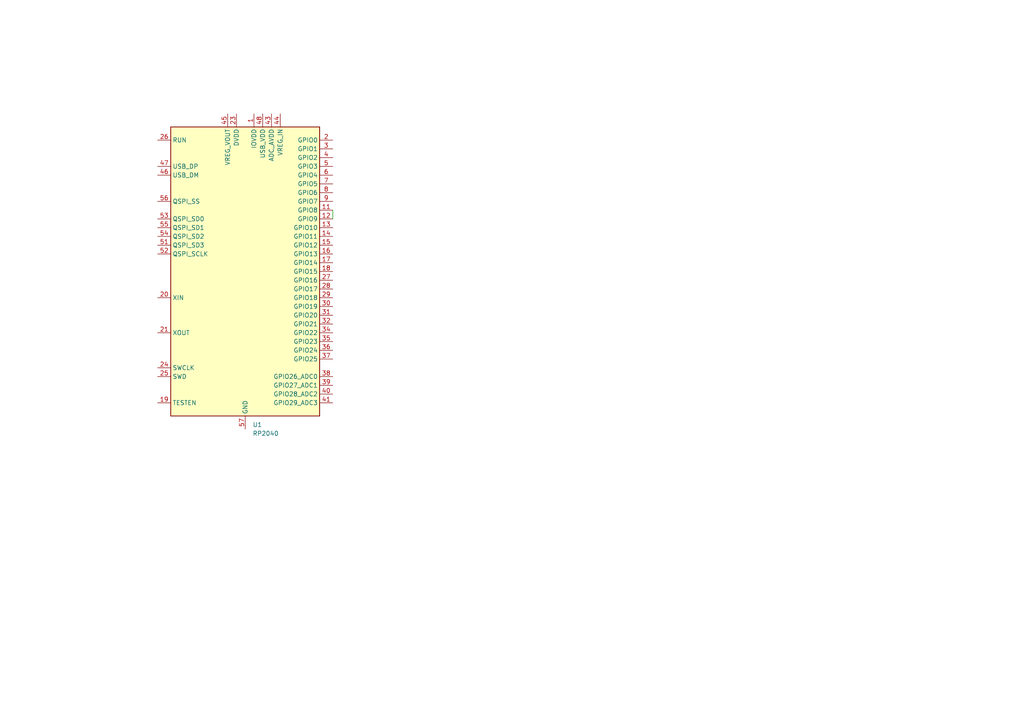
<source format=kicad_sch>
(kicad_sch (version 20250114) (generator "eeschema") (generator_version "9.0")
  (paper "A4")
  (title_block (title "SplitPeas") (date "2025-07-04") (rev "1"))
  (lib_symbols
    (symbol "MCU_RaspberryPi:RP2040"
      (property "Reference" "U" (at 17.78 45.72 0))
      (property "Value" "RP2040" (at 17.78 43.18 0))
      (symbol "RP2040_0_1"
        (rectangle (start -21.59 41.91) (end 21.59 -41.91) (stroke (width 0.254)) (fill (type background)))
      )
      (symbol "RP2040_1_1"
        (pin input line (at -25.4 38.1 0) (length 3.81) (name "RUN") (number "26"))
        (pin bidirectional line (at -25.4 30.48 0) (length 3.81) (name "USB_DP") (number "47"))
        (pin bidirectional line (at -25.4 27.94 0) (length 3.81) (name "USB_DM") (number "46"))
        (pin bidirectional line (at -25.4 20.32 0) (length 3.81) (name "QSPI_SS") (number "56"))
        (pin bidirectional line (at -25.4 15.24 0) (length 3.81) (name "QSPI_SD0") (number "53"))
        (pin bidirectional line (at -25.4 12.7 0) (length 3.81) (name "QSPI_SD1") (number "55"))
        (pin bidirectional line (at -25.4 10.16 0) (length 3.81) (name "QSPI_SD2") (number "54"))
        (pin bidirectional line (at -25.4 7.62 0) (length 3.81) (name "QSPI_SD3") (number "51"))
        (pin output line (at -25.4 5.08 0) (length 3.81) (name "QSPI_SCLK") (number "52"))
        (pin input line (at -25.4 -7.62 0) (length 3.81) (name "XIN") (number "20"))
        (pin passive line (at -25.4 -17.78 0) (length 3.81) (name "XOUT") (number "21"))
        (pin input line (at -25.4 -27.94 0) (length 3.81) (name "SWCLK") (number "24"))
        (pin bidirectional line (at -25.4 -30.48 0) (length 3.81) (name "SWD") (number "25"))
        (pin input line (at -25.4 -38.1 0) (length 3.81) (name "TESTEN") (number "19"))
        (pin power_out line (at -5.08 45.72 270) (length 3.81) (name "VREG_VOUT") (number "45"))
        (pin power_in line (at -2.54 45.72 270) (length 3.81) (name "DVDD") (number "23"))
        (pin passive line (at -2.54 45.72 270) (length 3.81) (hide yes) (name "DVDD") (number "50"))
        (pin power_in line (at 0 -45.72 90) (length 3.81) (name "GND") (number "57"))
        (pin power_in line (at 2.54 45.72 270) (length 3.81) (name "IOVDD") (number "1"))
        (pin passive line (at 2.54 45.72 270) (length 3.81) (hide yes) (name "IOVDD") (number "10"))
        (pin passive line (at 2.54 45.72 270) (length 3.81) (hide yes) (name "IOVDD") (number "22"))
        (pin passive line (at 2.54 45.72 270) (length 3.81) (hide yes) (name "IOVDD") (number "33"))
        (pin passive line (at 2.54 45.72 270) (length 3.81) (hide yes) (name "IOVDD") (number "42"))
        (pin passive line (at 2.54 45.72 270) (length 3.81) (hide yes) (name "IOVDD") (number "49"))
        (pin power_in line (at 5.08 45.72 270) (length 3.81) (name "USB_VDD") (number "48"))
        (pin power_in line (at 7.62 45.72 270) (length 3.81) (name "ADC_AVDD") (number "43"))
        (pin power_in line (at 10.16 45.72 270) (length 3.81) (name "VREG_IN") (number "44"))
        (pin bidirectional line (at 25.4 38.1 180) (length 3.81) (name "GPIO0") (number "2"))
        (pin bidirectional line (at 25.4 35.56 180) (length 3.81) (name "GPIO1") (number "3"))
        (pin bidirectional line (at 25.4 33.02 180) (length 3.81) (name "GPIO2") (number "4"))
        (pin bidirectional line (at 25.4 30.48 180) (length 3.81) (name "GPIO3") (number "5"))
        (pin bidirectional line (at 25.4 27.94 180) (length 3.81) (name "GPIO4") (number "6"))
        (pin bidirectional line (at 25.4 25.4 180) (length 3.81) (name "GPIO5") (number "7"))
        (pin bidirectional line (at 25.4 22.86 180) (length 3.81) (name "GPIO6") (number "8"))
        (pin bidirectional line (at 25.4 20.32 180) (length 3.81) (name "GPIO7") (number "9"))
        (pin bidirectional line (at 25.4 17.78 180) (length 3.81) (name "GPIO8") (number "11"))
        (pin bidirectional line (at 25.4 15.24 180) (length 3.81) (name "GPIO9") (number "12"))
        (pin bidirectional line (at 25.4 12.7 180) (length 3.81) (name "GPIO10") (number "13"))
        (pin bidirectional line (at 25.4 10.16 180) (length 3.81) (name "GPIO11") (number "14"))
        (pin bidirectional line (at 25.4 7.62 180) (length 3.81) (name "GPIO12") (number "15"))
        (pin bidirectional line (at 25.4 5.08 180) (length 3.81) (name "GPIO13") (number "16"))
        (pin bidirectional line (at 25.4 2.54 180) (length 3.81) (name "GPIO14") (number "17"))
        (pin bidirectional line (at 25.4 0 180) (length 3.81) (name "GPIO15") (number "18"))
        (pin bidirectional line (at 25.4 -2.54 180) (length 3.81) (name "GPIO16") (number "27"))
        (pin bidirectional line (at 25.4 -5.08 180) (length 3.81) (name "GPIO17") (number "28"))
        (pin bidirectional line (at 25.4 -7.62 180) (length 3.81) (name "GPIO18") (number "29"))
        (pin bidirectional line (at 25.4 -10.16 180) (length 3.81) (name "GPIO19") (number "30"))
        (pin bidirectional line (at 25.4 -12.7 180) (length 3.81) (name "GPIO20") (number "31"))
        (pin bidirectional line (at 25.4 -15.24 180) (length 3.81) (name "GPIO21") (number "32"))
        (pin bidirectional line (at 25.4 -17.78 180) (length 3.81) (name "GPIO22") (number "34"))
        (pin bidirectional line (at 25.4 -20.32 180) (length 3.81) (name "GPIO23") (number "35"))
        (pin bidirectional line (at 25.4 -22.86 180) (length 3.81) (name "GPIO24") (number "36"))
        (pin bidirectional line (at 25.4 -25.4 180) (length 3.81) (name "GPIO25") (number "37"))
        (pin bidirectional line (at 25.4 -30.48 180) (length 3.81) (name "GPIO26_ADC0") (number "38"))
        (pin bidirectional line (at 25.4 -33.02 180) (length 3.81) (name "GPIO27_ADC1") (number "39"))
        (pin bidirectional line (at 25.4 -35.56 180) (length 3.81) (name "GPIO28_ADC2") (number "40"))
        (pin bidirectional line (at 25.4 -38.1 180) (length 3.81) (name "GPIO29_ADC3") (number "41"))
      )
    )
  )
  (wire (pts (xy 96.52 60.96) (xy 96.52 63.5)))
  (symbol (lib_id "MCU_RaspberryPi:RP2040") (at 71.12 78.74 0) (unit 1)
    (property "Reference" "U1" (at 73.2633 123.19 0) (effects (justify left)))
    (property "Value" "RP2040" (at 73.2633 125.73 0) (effects (justify left)))
    (property "Footprint" "Package_DFN_QFN:QFN-56-1EP_7x7mm_P0.4mm_EP3.2x3.2mm" (effects (hide yes)))
    (property "Datasheet" "https://datasheets.raspberrypi.com/rp2040/rp2040-datasheet.pdf" (effects (hide yes)))
    (property "Description" "A microcontroller by Raspberry Pi" (effects (hide yes)))
  )
)
</source>
